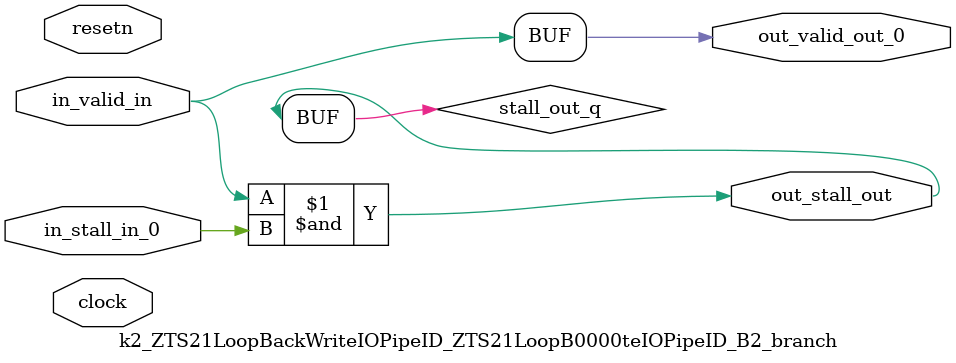
<source format=sv>



(* altera_attribute = "-name AUTO_SHIFT_REGISTER_RECOGNITION OFF; -name MESSAGE_DISABLE 10036; -name MESSAGE_DISABLE 10037; -name MESSAGE_DISABLE 14130; -name MESSAGE_DISABLE 14320; -name MESSAGE_DISABLE 15400; -name MESSAGE_DISABLE 14130; -name MESSAGE_DISABLE 10036; -name MESSAGE_DISABLE 12020; -name MESSAGE_DISABLE 12030; -name MESSAGE_DISABLE 12010; -name MESSAGE_DISABLE 12110; -name MESSAGE_DISABLE 14320; -name MESSAGE_DISABLE 13410; -name MESSAGE_DISABLE 113007; -name MESSAGE_DISABLE 10958" *)
module k2_ZTS21LoopBackWriteIOPipeID_ZTS21LoopB0000teIOPipeID_B2_branch (
    input wire [0:0] in_stall_in_0,
    input wire [0:0] in_valid_in,
    output wire [0:0] out_stall_out,
    output wire [0:0] out_valid_out_0,
    input wire clock,
    input wire resetn
    );

    wire [0:0] stall_out_q;


    // stall_out(LOGICAL,6)
    assign stall_out_q = in_valid_in & in_stall_in_0;

    // out_stall_out(GPOUT,4)
    assign out_stall_out = stall_out_q;

    // out_valid_out_0(GPOUT,5)
    assign out_valid_out_0 = in_valid_in;

endmodule

</source>
